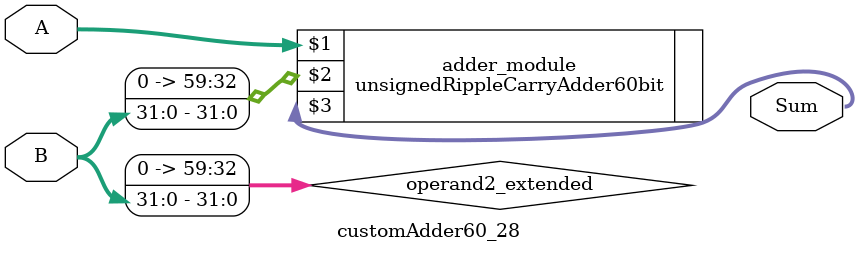
<source format=v>
module customAdder60_28(
                        input [59 : 0] A,
                        input [31 : 0] B,
                        
                        output [60 : 0] Sum
                );

        wire [59 : 0] operand2_extended;
        
        assign operand2_extended =  {28'b0, B};
        
        unsignedRippleCarryAdder60bit adder_module(
            A,
            operand2_extended,
            Sum
        );
        
        endmodule
        
</source>
